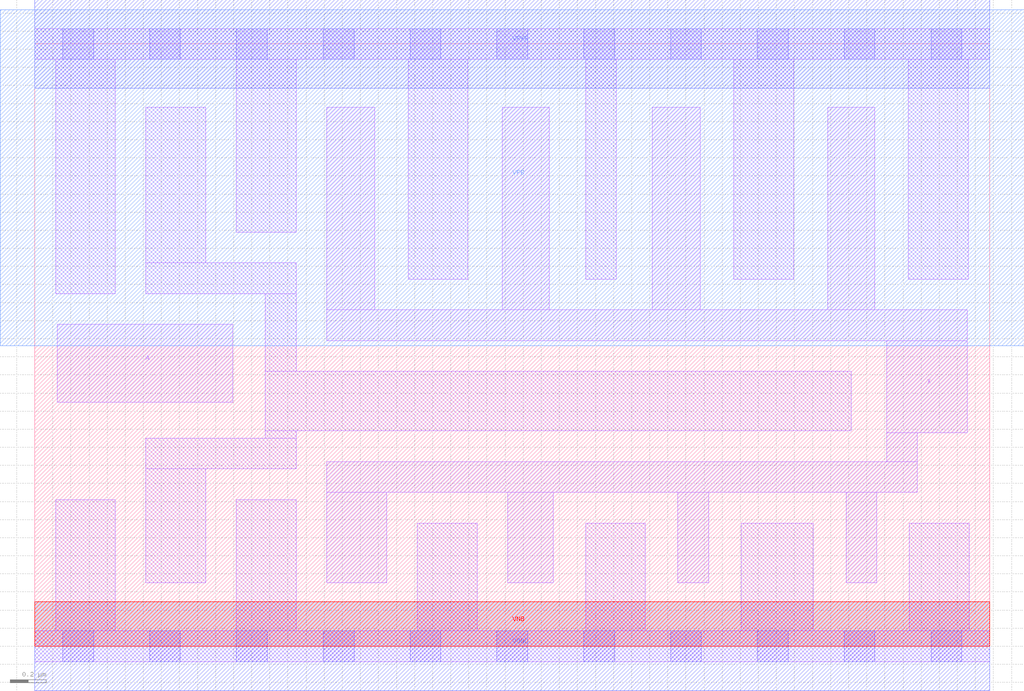
<source format=lef>
# Copyright 2020 The SkyWater PDK Authors
#
# Licensed under the Apache License, Version 2.0 (the "License");
# you may not use this file except in compliance with the License.
# You may obtain a copy of the License at
#
#     https://www.apache.org/licenses/LICENSE-2.0
#
# Unless required by applicable law or agreed to in writing, software
# distributed under the License is distributed on an "AS IS" BASIS,
# WITHOUT WARRANTIES OR CONDITIONS OF ANY KIND, either express or implied.
# See the License for the specific language governing permissions and
# limitations under the License.
#
# SPDX-License-Identifier: Apache-2.0

VERSION 5.7 ;
  NOWIREEXTENSIONATPIN ON ;
  DIVIDERCHAR "/" ;
  BUSBITCHARS "[]" ;
MACRO sky130_fd_sc_hs__clkbuf_8
  CLASS CORE ;
  FOREIGN sky130_fd_sc_hs__clkbuf_8 ;
  ORIGIN  0.000000  0.000000 ;
  SIZE  5.280000 BY  3.330000 ;
  SYMMETRY X Y ;
  SITE unit ;
  PIN A
    ANTENNAGATEAREA  0.462000 ;
    DIRECTION INPUT ;
    USE SIGNAL ;
    PORT
      LAYER li1 ;
        RECT 0.125000 1.350000 1.095000 1.780000 ;
    END
  END A
  PIN X
    ANTENNADIFFAREA  1.841700 ;
    DIRECTION OUTPUT ;
    USE SIGNAL ;
    PORT
      LAYER li1 ;
        RECT 1.615000 0.350000 1.945000 0.850000 ;
        RECT 1.615000 0.850000 4.880000 1.020000 ;
        RECT 1.615000 1.690000 5.155000 1.860000 ;
        RECT 1.615000 1.860000 1.880000 2.980000 ;
        RECT 2.585000 1.860000 2.845000 2.980000 ;
        RECT 2.615000 0.350000 2.865000 0.850000 ;
        RECT 3.415000 1.860000 3.680000 2.980000 ;
        RECT 3.555000 0.350000 3.725000 0.850000 ;
        RECT 4.385000 1.860000 4.645000 2.980000 ;
        RECT 4.485000 0.350000 4.655000 0.850000 ;
        RECT 4.710000 1.020000 4.880000 1.180000 ;
        RECT 4.710000 1.180000 5.155000 1.690000 ;
    END
  END X
  PIN VGND
    DIRECTION INOUT ;
    USE GROUND ;
    PORT
      LAYER met1 ;
        RECT 0.000000 -0.245000 5.280000 0.245000 ;
    END
  END VGND
  PIN VNB
    DIRECTION INOUT ;
    USE GROUND ;
    PORT
      LAYER pwell ;
        RECT 0.000000 0.000000 5.280000 0.245000 ;
    END
  END VNB
  PIN VPB
    DIRECTION INOUT ;
    USE POWER ;
    PORT
      LAYER nwell ;
        RECT -0.190000 1.660000 5.470000 3.520000 ;
    END
  END VPB
  PIN VPWR
    DIRECTION INOUT ;
    USE POWER ;
    PORT
      LAYER met1 ;
        RECT 0.000000 3.085000 5.280000 3.575000 ;
    END
  END VPWR
  OBS
    LAYER li1 ;
      RECT 0.000000 -0.085000 5.280000 0.085000 ;
      RECT 0.000000  3.245000 5.280000 3.415000 ;
      RECT 0.115000  0.085000 0.445000 0.810000 ;
      RECT 0.115000  1.950000 0.445000 3.245000 ;
      RECT 0.615000  0.350000 0.945000 0.980000 ;
      RECT 0.615000  0.980000 1.445000 1.150000 ;
      RECT 0.615000  1.950000 1.445000 2.120000 ;
      RECT 0.615000  2.120000 0.945000 2.980000 ;
      RECT 1.115000  0.085000 1.445000 0.810000 ;
      RECT 1.115000  2.290000 1.445000 3.245000 ;
      RECT 1.275000  1.150000 1.445000 1.190000 ;
      RECT 1.275000  1.190000 4.515000 1.520000 ;
      RECT 1.275000  1.520000 1.445000 1.950000 ;
      RECT 2.065000  2.030000 2.395000 3.245000 ;
      RECT 2.115000  0.085000 2.445000 0.680000 ;
      RECT 3.045000  0.085000 3.375000 0.680000 ;
      RECT 3.045000  2.030000 3.215000 3.245000 ;
      RECT 3.865000  2.030000 4.195000 3.245000 ;
      RECT 3.905000  0.085000 4.305000 0.680000 ;
      RECT 4.830000  2.030000 5.160000 3.245000 ;
      RECT 4.835000  0.085000 5.165000 0.680000 ;
    LAYER mcon ;
      RECT 0.155000 -0.085000 0.325000 0.085000 ;
      RECT 0.155000  3.245000 0.325000 3.415000 ;
      RECT 0.635000 -0.085000 0.805000 0.085000 ;
      RECT 0.635000  3.245000 0.805000 3.415000 ;
      RECT 1.115000 -0.085000 1.285000 0.085000 ;
      RECT 1.115000  3.245000 1.285000 3.415000 ;
      RECT 1.595000 -0.085000 1.765000 0.085000 ;
      RECT 1.595000  3.245000 1.765000 3.415000 ;
      RECT 2.075000 -0.085000 2.245000 0.085000 ;
      RECT 2.075000  3.245000 2.245000 3.415000 ;
      RECT 2.555000 -0.085000 2.725000 0.085000 ;
      RECT 2.555000  3.245000 2.725000 3.415000 ;
      RECT 3.035000 -0.085000 3.205000 0.085000 ;
      RECT 3.035000  3.245000 3.205000 3.415000 ;
      RECT 3.515000 -0.085000 3.685000 0.085000 ;
      RECT 3.515000  3.245000 3.685000 3.415000 ;
      RECT 3.995000 -0.085000 4.165000 0.085000 ;
      RECT 3.995000  3.245000 4.165000 3.415000 ;
      RECT 4.475000 -0.085000 4.645000 0.085000 ;
      RECT 4.475000  3.245000 4.645000 3.415000 ;
      RECT 4.955000 -0.085000 5.125000 0.085000 ;
      RECT 4.955000  3.245000 5.125000 3.415000 ;
  END
END sky130_fd_sc_hs__clkbuf_8
END LIBRARY

</source>
